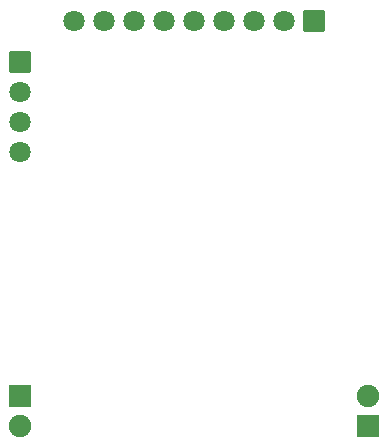
<source format=gbs>
G04 Layer: BottomSolderMaskLayer*
G04 EasyEDA Pro v2.1.57.773a98f1.225d47, 2024-05-26 20:13:26*
G04 Gerber Generator version 0.3*
G04 Scale: 100 percent, Rotated: No, Reflected: No*
G04 Dimensions in millimeters*
G04 Leading zeros omitted, absolute positions, 3 integers and 5 decimals*
%FSLAX35Y35*%
%MOMM*%
%AMRoundRect*1,1,$1,$2,$3*1,1,$1,$4,$5*1,1,$1,0-$2,0-$3*1,1,$1,0-$4,0-$5*20,1,$1,$2,$3,$4,$5,0*20,1,$1,$4,$5,0-$2,0-$3,0*20,1,$1,0-$2,0-$3,0-$4,0-$5,0*20,1,$1,0-$4,0-$5,$2,$3,0*4,1,4,$2,$3,$4,$5,0-$2,0-$3,0-$4,0-$5,$2,$3,0*%
%ADD10RoundRect,0.09617X0.85234X0.85234X0.85234X-0.85234*%
%ADD11C,1.80086*%
%ADD12C,1.9016*%
%ADD13RoundRect,0.09645X-0.90257X-0.90257X-0.90257X0.90257*%
%ADD14RoundRect,0.09645X0.90257X0.90257X0.90257X-0.90257*%
%ADD15RoundRect,0.09618X0.85271X-0.85271X-0.85271X-0.85271*%
%ADD16C,1.8016*%
G75*


G04 Pad Start*
G54D10*
G01X180000Y-546100D03*
G54D11*
G01X180000Y-800100D03*
G01X180000Y-1054100D03*
G01X180000Y-1308100D03*
G54D12*
G01X3120000Y-3373000D03*
G54D13*
G01X3120000Y-3627000D03*
G54D12*
G01X180000Y-3627000D03*
G54D14*
G01X180000Y-3373000D03*
G54D15*
G01X2666000Y-200000D03*
G54D16*
G01X2412000Y-200000D03*
G01X2158000Y-200000D03*
G01X1904000Y-200000D03*
G01X1650000Y-200000D03*
G01X1396000Y-200000D03*
G01X1142000Y-200000D03*
G01X888000Y-200000D03*
G01X634000Y-200000D03*
G04 Pad End*

M02*

</source>
